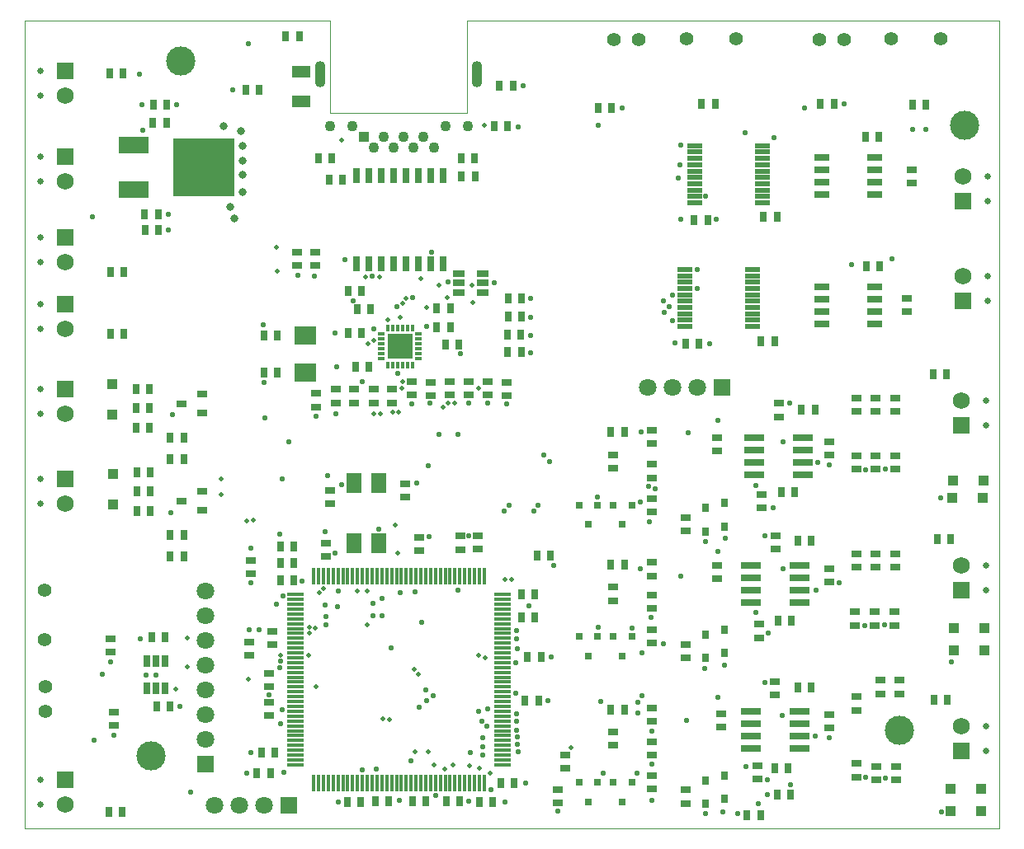
<source format=gts>
G04*
G04 #@! TF.GenerationSoftware,Altium Limited,Altium Designer,19.0.9 (268)*
G04*
G04 Layer_Color=8388736*
%FSLAX25Y25*%
%MOIN*%
G70*
G01*
G75*
%ADD18C,0.00394*%
%ADD42R,0.02913X0.05906*%
%ADD43R,0.03150X0.04134*%
%ADD44R,0.07480X0.04921*%
%ADD45R,0.04134X0.03150*%
%ADD46R,0.09055X0.07480*%
%ADD47R,0.05906X0.07874*%
%ADD48R,0.08268X0.03150*%
%ADD49R,0.06398X0.02953*%
%ADD50R,0.05906X0.01968*%
%ADD51R,0.03110X0.01496*%
%ADD52R,0.01496X0.03110*%
%ADD53R,0.10236X0.10236*%
%ADD54R,0.04724X0.02756*%
%ADD55R,0.02559X0.04724*%
%ADD56R,0.12205X0.06693*%
%ADD57R,0.24803X0.23228*%
%ADD58R,0.01575X0.06890*%
%ADD59R,0.06890X0.01575*%
%ADD60R,0.03937X0.03150*%
%ADD61R,0.02756X0.03150*%
%ADD62R,0.04134X0.03937*%
%ADD63R,0.02756X0.03543*%
%ADD64R,0.03937X0.04134*%
%ADD65C,0.11811*%
%ADD66C,0.07087*%
%ADD67R,0.07087X0.07087*%
%ADD68C,0.05512*%
%ADD69O,0.04331X0.10630*%
%ADD70C,0.04331*%
%ADD71R,0.04331X0.04331*%
%ADD72C,0.02559*%
%ADD73C,0.06890*%
%ADD74R,0.06890X0.06890*%
%ADD75R,0.07087X0.07087*%
%ADD76C,0.02165*%
%ADD77C,0.01968*%
%ADD78C,0.03150*%
%ADD79C,0.02992*%
D18*
X-0Y-326772D02*
X393701Y-326772D01*
X178740Y0D02*
X393701Y0D01*
X0D02*
X123386Y-0D01*
X123386Y-37480D02*
X178740Y-37480D01*
X393701Y-326772D02*
X393701Y0D01*
X-0Y-326772D02*
X0Y0D01*
X178740Y-37480D02*
X178740Y0D01*
X123386Y-37480D02*
X123386Y-0D01*
D42*
X169075Y-62953D02*
D03*
X134075Y-98465D02*
D03*
X139075D02*
D03*
X144075D02*
D03*
X149075D02*
D03*
X154075D02*
D03*
X159075D02*
D03*
X164075D02*
D03*
X169075D02*
D03*
X134075Y-62953D02*
D03*
X139075D02*
D03*
X144075D02*
D03*
X149075D02*
D03*
X154075D02*
D03*
X159075D02*
D03*
X164075D02*
D03*
D43*
X33907Y-320079D02*
D03*
X39321D02*
D03*
X33907D02*
D03*
X94768Y-28059D02*
D03*
X89354D02*
D03*
X94768D02*
D03*
X110782Y-6496D02*
D03*
X105368D02*
D03*
X110782D02*
D03*
X364085Y-34232D02*
D03*
X358671D02*
D03*
X364085D02*
D03*
X321408Y-33686D02*
D03*
X326821D02*
D03*
X321408D02*
D03*
X58711Y-177589D02*
D03*
X64124D02*
D03*
X58711D02*
D03*
Y-216828D02*
D03*
X64124D02*
D03*
X58711D02*
D03*
X44971Y-149094D02*
D03*
X50384D02*
D03*
X44971D02*
D03*
Y-156968D02*
D03*
X50384D02*
D03*
X44971D02*
D03*
Y-164842D02*
D03*
X50384D02*
D03*
X44971D02*
D03*
X34695Y-126654D02*
D03*
X40108D02*
D03*
X34695D02*
D03*
Y-101971D02*
D03*
X40108D02*
D03*
X34695D02*
D03*
X34222Y-21535D02*
D03*
X39636D02*
D03*
X34222D02*
D03*
X45364Y-182756D02*
D03*
X50778D02*
D03*
X45364D02*
D03*
Y-190630D02*
D03*
X50778D02*
D03*
X45364D02*
D03*
Y-198504D02*
D03*
X50778D02*
D03*
X45364D02*
D03*
X305482Y-190945D02*
D03*
X310896D02*
D03*
X305482D02*
D03*
X236732Y-166535D02*
D03*
X242146D02*
D03*
X236732D02*
D03*
X313730Y-157480D02*
D03*
X319144D02*
D03*
X313730D02*
D03*
X366939Y-143189D02*
D03*
X372352D02*
D03*
X366939D02*
D03*
X304262Y-242677D02*
D03*
X309675D02*
D03*
X304262D02*
D03*
X236732Y-220158D02*
D03*
X242146D02*
D03*
X236732D02*
D03*
X312254Y-210630D02*
D03*
X317667D02*
D03*
X312254D02*
D03*
X368622Y-209842D02*
D03*
X374035D02*
D03*
X368622D02*
D03*
X302805Y-302362D02*
D03*
X308219D02*
D03*
X302805D02*
D03*
X236732Y-278740D02*
D03*
X242146D02*
D03*
X236732D02*
D03*
X312254Y-269685D02*
D03*
X317667D02*
D03*
X312254D02*
D03*
X367175Y-274803D02*
D03*
X372589D02*
D03*
X367175D02*
D03*
X191732Y-26378D02*
D03*
X197146D02*
D03*
X191732D02*
D03*
X189616Y-42815D02*
D03*
X195029D02*
D03*
X189616D02*
D03*
X135896Y-126575D02*
D03*
X130482D02*
D03*
X135896D02*
D03*
X176329Y-55709D02*
D03*
X181742D02*
D03*
X176329D02*
D03*
X124065Y-55866D02*
D03*
X118652D02*
D03*
X124065D02*
D03*
X128297Y-64567D02*
D03*
X122884D02*
D03*
X128297D02*
D03*
X176427Y-63287D02*
D03*
X181841D02*
D03*
X176427D02*
D03*
X134301Y-116929D02*
D03*
X139715D02*
D03*
X134301D02*
D03*
X130561Y-109646D02*
D03*
X135974D02*
D03*
X130561D02*
D03*
X171782Y-124016D02*
D03*
X166368D02*
D03*
X171782D02*
D03*
Y-116591D02*
D03*
X166368D02*
D03*
X171782D02*
D03*
X206860Y-216535D02*
D03*
X212274D02*
D03*
X206860D02*
D03*
X200541Y-119728D02*
D03*
X195128D02*
D03*
X200541D02*
D03*
X108711Y-219636D02*
D03*
X103297D02*
D03*
X108711D02*
D03*
X200689Y-232192D02*
D03*
X206102D02*
D03*
X200689D02*
D03*
X291742Y-321398D02*
D03*
X297155D02*
D03*
X291742D02*
D03*
X303848Y-313268D02*
D03*
X309262D02*
D03*
X303848D02*
D03*
X108711Y-212697D02*
D03*
X103297D02*
D03*
X108711D02*
D03*
X141467Y-315846D02*
D03*
X146880D02*
D03*
X141467D02*
D03*
X99163Y-304429D02*
D03*
X93750D02*
D03*
X99163D02*
D03*
X58750Y-168780D02*
D03*
X64163D02*
D03*
X58750D02*
D03*
Y-208150D02*
D03*
X64163D02*
D03*
X58750D02*
D03*
X339518Y-47284D02*
D03*
X344931D02*
D03*
X339518D02*
D03*
X270404Y-80669D02*
D03*
X275817D02*
D03*
X270404D02*
D03*
X298415Y-79331D02*
D03*
X303829D02*
D03*
X298415D02*
D03*
X339813Y-99429D02*
D03*
X345226D02*
D03*
X339813D02*
D03*
X266900Y-130689D02*
D03*
X272313D02*
D03*
X266900D02*
D03*
X297392Y-129941D02*
D03*
X302805D02*
D03*
X297392D02*
D03*
X102106Y-142343D02*
D03*
X96693D02*
D03*
X102106D02*
D03*
X194931Y-127246D02*
D03*
X200344D02*
D03*
X194931D02*
D03*
X169911Y-131122D02*
D03*
X175325D02*
D03*
X169911D02*
D03*
X195108Y-134252D02*
D03*
X200522D02*
D03*
X195108D02*
D03*
X102106Y-127382D02*
D03*
X96693D02*
D03*
X102106D02*
D03*
X139045Y-140157D02*
D03*
X133632D02*
D03*
X139045D02*
D03*
X195128Y-112482D02*
D03*
X200541D02*
D03*
X195128D02*
D03*
X203100Y-257382D02*
D03*
X208514D02*
D03*
X203100D02*
D03*
X200561Y-241378D02*
D03*
X205974D02*
D03*
X200561D02*
D03*
X202037Y-275118D02*
D03*
X207451D02*
D03*
X202037D02*
D03*
X103297Y-226575D02*
D03*
X108711D02*
D03*
X103297D02*
D03*
X170128Y-315846D02*
D03*
X175541D02*
D03*
X170128D02*
D03*
X135660Y-316043D02*
D03*
X130246D02*
D03*
X135660D02*
D03*
X161939Y-315846D02*
D03*
X156526D02*
D03*
X161939D02*
D03*
X192175Y-308484D02*
D03*
X197589D02*
D03*
X192175D02*
D03*
X53362Y-277471D02*
D03*
X58776D02*
D03*
X53362D02*
D03*
X56588Y-249499D02*
D03*
X51175D02*
D03*
X56588D02*
D03*
X278809Y-33819D02*
D03*
X273396D02*
D03*
X278809D02*
D03*
X231545Y-35433D02*
D03*
X236959D02*
D03*
X231545D02*
D03*
X95522Y-296260D02*
D03*
X100935D02*
D03*
X95522D02*
D03*
X188927Y-316043D02*
D03*
X183514D02*
D03*
X188927D02*
D03*
X57136Y-41634D02*
D03*
X51723D02*
D03*
X57136D02*
D03*
X57333Y-34154D02*
D03*
X51919D02*
D03*
X57333D02*
D03*
X48376Y-78347D02*
D03*
X53789D02*
D03*
X48376D02*
D03*
X48474Y-84941D02*
D03*
X53888D02*
D03*
X48474D02*
D03*
D44*
X111614Y-32783D02*
D03*
Y-20972D02*
D03*
D45*
X218209Y-297146D02*
D03*
Y-302559D02*
D03*
Y-297146D02*
D03*
X215256Y-311181D02*
D03*
Y-316595D02*
D03*
Y-311181D02*
D03*
X358268Y-65856D02*
D03*
Y-60443D02*
D03*
Y-65856D02*
D03*
X253219Y-179577D02*
D03*
Y-184990D02*
D03*
Y-179577D02*
D03*
X351644Y-176112D02*
D03*
Y-181526D02*
D03*
Y-176112D02*
D03*
X266998Y-201230D02*
D03*
Y-206644D02*
D03*
Y-201230D02*
D03*
X253219Y-165797D02*
D03*
Y-171211D02*
D03*
Y-165797D02*
D03*
X237559Y-181211D02*
D03*
Y-175797D02*
D03*
Y-181211D02*
D03*
X343711Y-152667D02*
D03*
Y-158081D02*
D03*
Y-152667D02*
D03*
X335837D02*
D03*
Y-158081D02*
D03*
Y-152667D02*
D03*
X324803Y-170522D02*
D03*
Y-175935D02*
D03*
Y-170522D02*
D03*
X279744Y-168652D02*
D03*
Y-174065D02*
D03*
Y-168652D02*
D03*
X253268Y-232549D02*
D03*
Y-237963D02*
D03*
Y-232549D02*
D03*
X335403Y-239282D02*
D03*
Y-244695D02*
D03*
Y-239282D02*
D03*
X266998Y-252411D02*
D03*
Y-257825D02*
D03*
Y-252411D02*
D03*
X253219Y-219262D02*
D03*
Y-224675D02*
D03*
Y-219262D02*
D03*
X237471Y-234675D02*
D03*
Y-229262D02*
D03*
Y-234675D02*
D03*
X343770Y-215778D02*
D03*
Y-221191D02*
D03*
Y-215778D02*
D03*
X351644D02*
D03*
Y-221191D02*
D03*
Y-215778D02*
D03*
X324803Y-221703D02*
D03*
Y-227116D02*
D03*
Y-221703D02*
D03*
X279587Y-220404D02*
D03*
Y-225817D02*
D03*
Y-220404D02*
D03*
X253219Y-291781D02*
D03*
Y-297195D02*
D03*
Y-291781D02*
D03*
X351841Y-301886D02*
D03*
Y-307299D02*
D03*
Y-301886D02*
D03*
X266998Y-311309D02*
D03*
Y-316722D02*
D03*
Y-311309D02*
D03*
X253219Y-278002D02*
D03*
Y-283415D02*
D03*
Y-278002D02*
D03*
X237471Y-293258D02*
D03*
Y-287844D02*
D03*
Y-293258D02*
D03*
X345541Y-266978D02*
D03*
Y-272392D02*
D03*
Y-266978D02*
D03*
X353415D02*
D03*
Y-272392D02*
D03*
Y-266978D02*
D03*
X324803Y-280758D02*
D03*
Y-286171D02*
D03*
Y-280758D02*
D03*
X281378Y-280364D02*
D03*
Y-285778D02*
D03*
Y-280364D02*
D03*
X186850Y-151526D02*
D03*
Y-146112D02*
D03*
Y-151526D02*
D03*
X171575Y-146112D02*
D03*
Y-151526D02*
D03*
Y-146112D02*
D03*
X140945Y-149262D02*
D03*
Y-154675D02*
D03*
Y-149262D02*
D03*
X148425D02*
D03*
Y-154675D02*
D03*
Y-149262D02*
D03*
X194488Y-151801D02*
D03*
Y-146388D02*
D03*
Y-151801D02*
D03*
X163787Y-146358D02*
D03*
Y-151772D02*
D03*
Y-146358D02*
D03*
X156385Y-151526D02*
D03*
Y-146112D02*
D03*
Y-151526D02*
D03*
X133071Y-149262D02*
D03*
Y-154675D02*
D03*
Y-149262D02*
D03*
X179213Y-151526D02*
D03*
Y-146112D02*
D03*
Y-151526D02*
D03*
X303031Y-272982D02*
D03*
Y-267569D02*
D03*
Y-272982D02*
D03*
X303366Y-213947D02*
D03*
Y-208534D02*
D03*
Y-213947D02*
D03*
X304508Y-160384D02*
D03*
Y-154971D02*
D03*
Y-160384D02*
D03*
X296673Y-244242D02*
D03*
Y-249656D02*
D03*
Y-244242D02*
D03*
X297539Y-191683D02*
D03*
Y-197096D02*
D03*
Y-191683D02*
D03*
X90551Y-256742D02*
D03*
Y-251329D02*
D03*
Y-256742D02*
D03*
X253219Y-193356D02*
D03*
Y-198770D02*
D03*
Y-193356D02*
D03*
X335896Y-176112D02*
D03*
Y-181526D02*
D03*
Y-176112D02*
D03*
X343770D02*
D03*
Y-181526D02*
D03*
Y-176112D02*
D03*
X351585Y-152667D02*
D03*
Y-158081D02*
D03*
Y-152667D02*
D03*
X253219Y-246506D02*
D03*
Y-251919D02*
D03*
Y-246506D02*
D03*
X351152Y-239282D02*
D03*
Y-244695D02*
D03*
Y-239282D02*
D03*
X343278D02*
D03*
Y-244695D02*
D03*
Y-239282D02*
D03*
X335896Y-215778D02*
D03*
Y-221191D02*
D03*
Y-215778D02*
D03*
X356299Y-117884D02*
D03*
Y-112470D02*
D03*
Y-117884D02*
D03*
X253219Y-305561D02*
D03*
Y-310974D02*
D03*
Y-305561D02*
D03*
X335896Y-300606D02*
D03*
Y-306020D02*
D03*
Y-300606D02*
D03*
X343967Y-301886D02*
D03*
Y-307299D02*
D03*
Y-301886D02*
D03*
X335896Y-273622D02*
D03*
Y-279035D02*
D03*
Y-273622D02*
D03*
X117283Y-93863D02*
D03*
Y-99277D02*
D03*
Y-93863D02*
D03*
X109823D02*
D03*
Y-99277D02*
D03*
Y-93863D02*
D03*
X125591Y-149262D02*
D03*
Y-154675D02*
D03*
Y-149262D02*
D03*
X117717Y-150955D02*
D03*
Y-156368D02*
D03*
Y-150955D02*
D03*
X183012Y-213868D02*
D03*
Y-208455D02*
D03*
Y-213868D02*
D03*
X175787Y-214006D02*
D03*
Y-208593D02*
D03*
Y-214006D02*
D03*
X121457Y-216828D02*
D03*
Y-211414D02*
D03*
Y-216828D02*
D03*
X159134Y-214518D02*
D03*
Y-209104D02*
D03*
Y-214518D02*
D03*
X296043Y-301466D02*
D03*
Y-306880D02*
D03*
Y-301466D02*
D03*
X98524Y-264026D02*
D03*
Y-269439D02*
D03*
Y-264026D02*
D03*
X98721Y-281250D02*
D03*
Y-275837D02*
D03*
Y-281250D02*
D03*
X91339Y-223770D02*
D03*
Y-218356D02*
D03*
Y-223770D02*
D03*
X99902Y-252628D02*
D03*
Y-247215D02*
D03*
Y-252628D02*
D03*
X123228Y-195522D02*
D03*
Y-190108D02*
D03*
Y-195522D02*
D03*
X153689Y-192864D02*
D03*
Y-187451D02*
D03*
Y-192864D02*
D03*
X34705Y-250139D02*
D03*
Y-255552D02*
D03*
Y-250139D02*
D03*
X35935Y-279675D02*
D03*
Y-285089D02*
D03*
Y-279675D02*
D03*
D46*
X113189Y-127382D02*
D03*
Y-142343D02*
D03*
D47*
X133071Y-211614D02*
D03*
X143071D02*
D03*
Y-187205D02*
D03*
X133071D02*
D03*
D48*
X314242Y-183976D02*
D03*
Y-178976D02*
D03*
Y-173976D02*
D03*
Y-168976D02*
D03*
X294557Y-183976D02*
D03*
Y-178976D02*
D03*
Y-173976D02*
D03*
Y-168976D02*
D03*
X312992Y-235472D02*
D03*
Y-230472D02*
D03*
Y-225472D02*
D03*
Y-220472D02*
D03*
X293307Y-235472D02*
D03*
Y-230472D02*
D03*
Y-225472D02*
D03*
Y-220472D02*
D03*
X312992Y-294528D02*
D03*
Y-289528D02*
D03*
Y-284528D02*
D03*
Y-279528D02*
D03*
X293307Y-294528D02*
D03*
Y-289528D02*
D03*
Y-284528D02*
D03*
Y-279528D02*
D03*
D49*
X343354Y-70650D02*
D03*
Y-65650D02*
D03*
Y-60650D02*
D03*
Y-55650D02*
D03*
X322000D02*
D03*
Y-60650D02*
D03*
Y-65650D02*
D03*
Y-70650D02*
D03*
X343354Y-122677D02*
D03*
Y-117677D02*
D03*
Y-112677D02*
D03*
Y-107677D02*
D03*
X322000D02*
D03*
Y-112677D02*
D03*
Y-117677D02*
D03*
Y-122677D02*
D03*
D50*
X270472Y-50748D02*
D03*
Y-53307D02*
D03*
Y-55866D02*
D03*
Y-58425D02*
D03*
Y-60984D02*
D03*
Y-63543D02*
D03*
Y-66102D02*
D03*
Y-68661D02*
D03*
Y-71220D02*
D03*
Y-73779D02*
D03*
X298031Y-50748D02*
D03*
Y-53307D02*
D03*
Y-55866D02*
D03*
Y-58425D02*
D03*
Y-60984D02*
D03*
Y-63543D02*
D03*
Y-66102D02*
D03*
Y-68661D02*
D03*
Y-71220D02*
D03*
Y-73779D02*
D03*
X266535Y-100807D02*
D03*
Y-103366D02*
D03*
Y-105925D02*
D03*
Y-108484D02*
D03*
Y-111043D02*
D03*
Y-113602D02*
D03*
Y-116161D02*
D03*
Y-118720D02*
D03*
Y-121280D02*
D03*
Y-123839D02*
D03*
X294094Y-100807D02*
D03*
Y-103366D02*
D03*
Y-105925D02*
D03*
Y-108484D02*
D03*
Y-111043D02*
D03*
Y-113602D02*
D03*
Y-116161D02*
D03*
Y-118720D02*
D03*
Y-121280D02*
D03*
Y-123839D02*
D03*
D51*
X144095Y-126969D02*
D03*
Y-128937D02*
D03*
Y-130905D02*
D03*
Y-132874D02*
D03*
Y-134843D02*
D03*
Y-136811D02*
D03*
X159055D02*
D03*
Y-134843D02*
D03*
Y-132874D02*
D03*
Y-130905D02*
D03*
Y-128937D02*
D03*
Y-126969D02*
D03*
D52*
X146654Y-139370D02*
D03*
X148622D02*
D03*
X150591D02*
D03*
X152559D02*
D03*
X154528D02*
D03*
X156496D02*
D03*
Y-124409D02*
D03*
X150591D02*
D03*
X148622D02*
D03*
X146654D02*
D03*
X152559D02*
D03*
X154528D02*
D03*
D53*
X151575Y-131890D02*
D03*
D54*
X184843Y-110039D02*
D03*
Y-106299D02*
D03*
Y-102559D02*
D03*
X175394D02*
D03*
Y-106299D02*
D03*
Y-110039D02*
D03*
D55*
X52897Y-270168D02*
D03*
X56637D02*
D03*
X49157D02*
D03*
Y-259144D02*
D03*
X56637D02*
D03*
X52897D02*
D03*
D56*
X43878Y-50532D02*
D03*
Y-68524D02*
D03*
D57*
X72303Y-59547D02*
D03*
D58*
X185551Y-224823D02*
D03*
X183583D02*
D03*
X181614D02*
D03*
X179646D02*
D03*
X177677D02*
D03*
X175709D02*
D03*
X173740D02*
D03*
X171772D02*
D03*
X169803D02*
D03*
X167835D02*
D03*
X165866D02*
D03*
X163898D02*
D03*
X161929D02*
D03*
X159961D02*
D03*
X157992D02*
D03*
X156024D02*
D03*
X154055D02*
D03*
X152087D02*
D03*
X150118D02*
D03*
X148150D02*
D03*
X146181D02*
D03*
X144213D02*
D03*
X142244D02*
D03*
X140276D02*
D03*
X138307D02*
D03*
X136339D02*
D03*
X134370D02*
D03*
X132402D02*
D03*
X130433D02*
D03*
X128465D02*
D03*
X126496D02*
D03*
X124528D02*
D03*
X122559D02*
D03*
X120590D02*
D03*
X118622D02*
D03*
X116654D02*
D03*
Y-308484D02*
D03*
X118622D02*
D03*
X120590D02*
D03*
X122559D02*
D03*
X124528D02*
D03*
X126496D02*
D03*
X128465D02*
D03*
X130433D02*
D03*
X132402D02*
D03*
X134370D02*
D03*
X136339D02*
D03*
X138307D02*
D03*
X140276D02*
D03*
X142244D02*
D03*
X144213D02*
D03*
X146181D02*
D03*
X148150D02*
D03*
X150118D02*
D03*
X152087D02*
D03*
X154055D02*
D03*
X156024D02*
D03*
X157992D02*
D03*
X159961D02*
D03*
X161929D02*
D03*
X163898D02*
D03*
X165866D02*
D03*
X167835D02*
D03*
X169803D02*
D03*
X171772D02*
D03*
X173740D02*
D03*
X175709D02*
D03*
X177677D02*
D03*
X179646D02*
D03*
X181614D02*
D03*
X183583D02*
D03*
X185551D02*
D03*
D59*
X109272Y-232205D02*
D03*
Y-234173D02*
D03*
Y-236142D02*
D03*
Y-238110D02*
D03*
Y-240079D02*
D03*
Y-242047D02*
D03*
Y-244016D02*
D03*
Y-245984D02*
D03*
Y-247953D02*
D03*
Y-249921D02*
D03*
Y-251890D02*
D03*
Y-253858D02*
D03*
Y-255827D02*
D03*
Y-257795D02*
D03*
Y-259764D02*
D03*
Y-261732D02*
D03*
Y-263701D02*
D03*
Y-265669D02*
D03*
Y-267638D02*
D03*
Y-269606D02*
D03*
Y-271575D02*
D03*
Y-273543D02*
D03*
Y-275512D02*
D03*
Y-277480D02*
D03*
Y-279449D02*
D03*
Y-281417D02*
D03*
Y-283386D02*
D03*
Y-285354D02*
D03*
Y-287323D02*
D03*
Y-289291D02*
D03*
Y-291260D02*
D03*
Y-293228D02*
D03*
Y-295197D02*
D03*
Y-297165D02*
D03*
Y-299134D02*
D03*
Y-301102D02*
D03*
X192933D02*
D03*
Y-299134D02*
D03*
Y-297165D02*
D03*
Y-295197D02*
D03*
Y-293228D02*
D03*
Y-291260D02*
D03*
Y-289291D02*
D03*
Y-287323D02*
D03*
Y-285354D02*
D03*
Y-283386D02*
D03*
Y-281417D02*
D03*
Y-279449D02*
D03*
Y-277480D02*
D03*
Y-275512D02*
D03*
Y-273543D02*
D03*
Y-271575D02*
D03*
Y-269606D02*
D03*
Y-267638D02*
D03*
Y-265669D02*
D03*
Y-263701D02*
D03*
Y-261732D02*
D03*
Y-259764D02*
D03*
Y-257795D02*
D03*
Y-255827D02*
D03*
Y-253858D02*
D03*
Y-251890D02*
D03*
Y-249921D02*
D03*
Y-247953D02*
D03*
Y-245984D02*
D03*
Y-244016D02*
D03*
Y-242047D02*
D03*
Y-240079D02*
D03*
Y-238110D02*
D03*
Y-236142D02*
D03*
Y-234173D02*
D03*
Y-232205D02*
D03*
D60*
X71496Y-151260D02*
D03*
Y-158740D02*
D03*
X63228Y-155000D02*
D03*
X71496Y-190630D02*
D03*
Y-198110D02*
D03*
X63228Y-194370D02*
D03*
D61*
X245148Y-196063D02*
D03*
X237667D02*
D03*
X241407Y-203937D02*
D03*
X231368Y-196063D02*
D03*
X223888D02*
D03*
X227628Y-203937D02*
D03*
X245148Y-249213D02*
D03*
X237667D02*
D03*
X241407Y-257087D02*
D03*
X231368Y-249213D02*
D03*
X223888D02*
D03*
X227628Y-257087D02*
D03*
X245148Y-308268D02*
D03*
X237667D02*
D03*
X241407Y-316142D02*
D03*
X231368Y-308268D02*
D03*
X223888D02*
D03*
X227628Y-316142D02*
D03*
D62*
X35433Y-147126D02*
D03*
Y-159528D02*
D03*
X35728Y-183366D02*
D03*
Y-195768D02*
D03*
D63*
X282746Y-195276D02*
D03*
X282746Y-204724D02*
D03*
X274872Y-206693D02*
D03*
X274872Y-197244D02*
D03*
X282746Y-246457D02*
D03*
X282746Y-255906D02*
D03*
X274872Y-257874D02*
D03*
X274872Y-248425D02*
D03*
X282746Y-305512D02*
D03*
X282746Y-314961D02*
D03*
X274872Y-316929D02*
D03*
X274872Y-307480D02*
D03*
D64*
X386988Y-193189D02*
D03*
X374587D02*
D03*
X387205Y-186063D02*
D03*
X374803D02*
D03*
X387638Y-254882D02*
D03*
X375236D02*
D03*
X387667Y-245748D02*
D03*
X375266D02*
D03*
X386398Y-319902D02*
D03*
X373996D02*
D03*
X386201Y-310925D02*
D03*
X373799D02*
D03*
D65*
X353445Y-287106D02*
D03*
X379724Y-42323D02*
D03*
X62894Y-16535D02*
D03*
X50787Y-297638D02*
D03*
D66*
X251457Y-148327D02*
D03*
X261457D02*
D03*
X271457D02*
D03*
X73073Y-230748D02*
D03*
Y-240748D02*
D03*
Y-250748D02*
D03*
Y-260748D02*
D03*
Y-290748D02*
D03*
Y-280748D02*
D03*
Y-270748D02*
D03*
X96457Y-317520D02*
D03*
X86457D02*
D03*
X76457D02*
D03*
D67*
X281457Y-148327D02*
D03*
X106457Y-317520D02*
D03*
D68*
X330866Y-7874D02*
D03*
X320866Y-7874D02*
D03*
X349921Y-7638D02*
D03*
X369921D02*
D03*
X248110Y-7854D02*
D03*
X238110Y-7854D02*
D03*
X267165Y-7618D02*
D03*
X287165D02*
D03*
X8307Y-269646D02*
D03*
X8307Y-279646D02*
D03*
X8071Y-250590D02*
D03*
Y-230591D02*
D03*
D69*
X119409Y-21890D02*
D03*
X182717D02*
D03*
D70*
X132283Y-42835D02*
D03*
X165118Y-51417D02*
D03*
X161102Y-47087D02*
D03*
X157087Y-51417D02*
D03*
X153071Y-47087D02*
D03*
X149055Y-51417D02*
D03*
X145039Y-47087D02*
D03*
X141024Y-51417D02*
D03*
X123268Y-42835D02*
D03*
X169843D02*
D03*
X178858D02*
D03*
D71*
X137008Y-47087D02*
D03*
D72*
X389016Y-63150D02*
D03*
Y-73150D02*
D03*
X6316Y-159095D02*
D03*
Y-149094D02*
D03*
X6142Y-124862D02*
D03*
Y-114862D02*
D03*
X6240Y-97835D02*
D03*
Y-87835D02*
D03*
X6316Y-317087D02*
D03*
Y-307087D02*
D03*
X6339Y-30472D02*
D03*
Y-20472D02*
D03*
X6316Y-195630D02*
D03*
Y-185630D02*
D03*
X388140Y-153661D02*
D03*
Y-163661D02*
D03*
Y-220590D02*
D03*
Y-230591D02*
D03*
X389016Y-103583D02*
D03*
Y-113583D02*
D03*
X388140Y-285551D02*
D03*
Y-295551D02*
D03*
X6316Y-65118D02*
D03*
Y-55118D02*
D03*
D73*
X379016Y-63150D02*
D03*
X16316Y-159095D02*
D03*
X16142Y-124862D02*
D03*
X16240Y-97835D02*
D03*
X16316Y-317087D02*
D03*
X16339Y-30472D02*
D03*
X16316Y-195630D02*
D03*
X378140Y-153661D02*
D03*
Y-220590D02*
D03*
X379016Y-103583D02*
D03*
X378140Y-285551D02*
D03*
X16316Y-65118D02*
D03*
D74*
X379016Y-73150D02*
D03*
X16316Y-149094D02*
D03*
X16142Y-114862D02*
D03*
X16240Y-87835D02*
D03*
X16316Y-307087D02*
D03*
X16339Y-20472D02*
D03*
X16316Y-185630D02*
D03*
X378140Y-163661D02*
D03*
Y-230591D02*
D03*
X379016Y-113583D02*
D03*
X378140Y-295551D02*
D03*
X16316Y-55118D02*
D03*
D75*
X73073Y-300748D02*
D03*
D76*
X347736Y-306420D02*
D03*
X52950Y-264663D02*
D03*
X48797Y-264764D02*
D03*
X66831Y-312106D02*
D03*
X61221Y-34055D02*
D03*
X46211Y-21850D02*
D03*
X103267Y-284350D02*
D03*
X104724Y-304064D02*
D03*
X188164Y-311221D02*
D03*
X156102Y-299570D02*
D03*
X142028Y-302873D02*
D03*
X122423Y-184055D02*
D03*
X104035Y-185361D02*
D03*
X125315Y-215551D02*
D03*
X198383Y-272146D02*
D03*
X199016Y-254297D02*
D03*
X106595Y-170472D02*
D03*
X151761Y-231563D02*
D03*
X160138Y-243622D02*
D03*
X174803Y-230591D02*
D03*
X157616Y-231136D02*
D03*
X164173Y-93898D02*
D03*
X176024Y-134843D02*
D03*
X198524Y-250295D02*
D03*
X211811Y-178347D02*
D03*
X209547Y-175886D02*
D03*
X198602Y-246949D02*
D03*
X180020Y-296063D02*
D03*
X147908Y-253839D02*
D03*
X121219Y-236319D02*
D03*
X90256Y-9449D02*
D03*
X199311Y-43071D02*
D03*
X179390Y-154774D02*
D03*
X262697Y-130610D02*
D03*
X264961Y-80650D02*
D03*
X215354Y-319882D02*
D03*
X165945Y-313583D02*
D03*
X179390Y-315945D02*
D03*
X150394Y-115748D02*
D03*
X104232Y-232776D02*
D03*
X156693Y-112008D02*
D03*
X170965Y-105793D02*
D03*
X141043Y-124862D02*
D03*
X132677Y-113386D02*
D03*
X129441Y-96850D02*
D03*
X174803Y-167323D02*
D03*
X167126Y-167362D02*
D03*
X271665Y-108575D02*
D03*
X271685Y-100972D02*
D03*
X126490Y-230746D02*
D03*
X194598Y-155043D02*
D03*
X329075Y-227402D02*
D03*
X370354Y-320236D02*
D03*
X288071Y-320768D02*
D03*
X264724Y-58425D02*
D03*
X350335Y-96398D02*
D03*
X364094Y-44311D02*
D03*
X358642D02*
D03*
X334114Y-98701D02*
D03*
X302658Y-47441D02*
D03*
X290787Y-45571D02*
D03*
X248937Y-166575D02*
D03*
X251909Y-188563D02*
D03*
X231181Y-192677D02*
D03*
X205709Y-198445D02*
D03*
X193740Y-198366D02*
D03*
X207185Y-196063D02*
D03*
X195551Y-196240D02*
D03*
X213760Y-220472D02*
D03*
X203622Y-236673D02*
D03*
X144291Y-233839D02*
D03*
X144331Y-240905D02*
D03*
X183366Y-279331D02*
D03*
X198721Y-280630D02*
D03*
X140669Y-235669D02*
D03*
X140728Y-240965D02*
D03*
X186752Y-285453D02*
D03*
X184587Y-283347D02*
D03*
X198602Y-283504D02*
D03*
X186831Y-278524D02*
D03*
X211378Y-275118D02*
D03*
X261575Y-121319D02*
D03*
X275020Y-71260D02*
D03*
X276654Y-130748D02*
D03*
X279370Y-80650D02*
D03*
X260295Y-115748D02*
D03*
X261595Y-111024D02*
D03*
X199232Y-295768D02*
D03*
X258051Y-113583D02*
D03*
X258248Y-118307D02*
D03*
X199016Y-292756D02*
D03*
X198839Y-289823D02*
D03*
X263957Y-63779D02*
D03*
X198484Y-287146D02*
D03*
X309114Y-154862D02*
D03*
X279784Y-161752D02*
D03*
X267874Y-166949D02*
D03*
X254488Y-189469D02*
D03*
X252165Y-202854D02*
D03*
X248543Y-194744D02*
D03*
X279823Y-273760D02*
D03*
X265020Y-224882D02*
D03*
X279921Y-214685D02*
D03*
X248465Y-221713D02*
D03*
X252894Y-241516D02*
D03*
X253346Y-300866D02*
D03*
X247638Y-280276D02*
D03*
X257933Y-252047D02*
D03*
X253248Y-287362D02*
D03*
X247618Y-275807D02*
D03*
X274843Y-210965D02*
D03*
X282874Y-209488D02*
D03*
X298957Y-208347D02*
D03*
X302224Y-197205D02*
D03*
X320315Y-178878D02*
D03*
X324980Y-179882D02*
D03*
X339705Y-181653D02*
D03*
X315059Y-35335D02*
D03*
X300335Y-247657D02*
D03*
X179350Y-208642D02*
D03*
X96161Y-122992D02*
D03*
X96496Y-146339D02*
D03*
X282047Y-320000D02*
D03*
X274961Y-320886D02*
D03*
X296240Y-316968D02*
D03*
X309331Y-309114D02*
D03*
X299902Y-313209D02*
D03*
X347756Y-181634D02*
D03*
X369921Y-193189D02*
D03*
X319587Y-230551D02*
D03*
X347303Y-244646D02*
D03*
X339370Y-244705D02*
D03*
X299882Y-306988D02*
D03*
X374193Y-259370D02*
D03*
X267441Y-283248D02*
D03*
X274764Y-262087D02*
D03*
X282677Y-260807D02*
D03*
X298799Y-267776D02*
D03*
X295394Y-188150D02*
D03*
X291201Y-301811D02*
D03*
X306279Y-170354D02*
D03*
X306201Y-221791D02*
D03*
X306102Y-281102D02*
D03*
X28032Y-291240D02*
D03*
X231476Y-245433D02*
D03*
X245158Y-245709D02*
D03*
X249173Y-255866D02*
D03*
X253130Y-315374D02*
D03*
X184921Y-290197D02*
D03*
Y-293779D02*
D03*
X162303Y-275276D02*
D03*
X161988Y-270965D02*
D03*
X126398Y-237047D02*
D03*
X164823Y-273110D02*
D03*
X232756Y-275394D02*
D03*
X184921Y-297028D02*
D03*
X159331Y-277658D02*
D03*
X121673Y-244646D02*
D03*
X249350Y-273150D02*
D03*
X121732Y-241280D02*
D03*
X140374Y-103465D02*
D03*
X201398Y-26319D02*
D03*
X331102Y-33686D02*
D03*
X264862Y-50591D02*
D03*
X241240Y-35531D02*
D03*
X231496Y-42520D02*
D03*
X162894Y-180020D02*
D03*
X96850Y-160728D02*
D03*
X103150Y-259252D02*
D03*
X94685Y-246358D02*
D03*
X90551D02*
D03*
X31299Y-264370D02*
D03*
X98622Y-272736D02*
D03*
X101772Y-236122D02*
D03*
X111791Y-226673D02*
D03*
X103091Y-261822D02*
D03*
X102854Y-207972D02*
D03*
X212697Y-257382D02*
D03*
X198383Y-259764D02*
D03*
X295276Y-239469D02*
D03*
X59646Y-159646D02*
D03*
X59055Y-199213D02*
D03*
X46716Y-250294D02*
D03*
X34616Y-259539D02*
D03*
X62762Y-277471D02*
D03*
X27165Y-79331D02*
D03*
X35935Y-289075D02*
D03*
X103937Y-278740D02*
D03*
X91339Y-296260D02*
D03*
X247441Y-304331D02*
D03*
X233465D02*
D03*
X91339Y-227559D02*
D03*
Y-213583D02*
D03*
X319291Y-289567D02*
D03*
X324803Y-290158D02*
D03*
X339764Y-306069D02*
D03*
X151339Y-315551D02*
D03*
X126575Y-316142D02*
D03*
X202264Y-308484D02*
D03*
X57972Y-78465D02*
D03*
X47343Y-34154D02*
D03*
X47539Y-44390D02*
D03*
X57874Y-84941D02*
D03*
X89764Y-304429D02*
D03*
X204232Y-127334D02*
D03*
Y-134350D02*
D03*
X156398Y-155000D02*
D03*
X163681Y-154921D02*
D03*
X121358Y-206936D02*
D03*
X158268Y-187303D02*
D03*
X127953Y-187894D02*
D03*
X163386Y-208858D02*
D03*
X143110Y-205709D02*
D03*
X204232Y-112500D02*
D03*
X187008Y-154724D02*
D03*
X204232Y-120079D02*
D03*
X162402Y-123661D02*
D03*
X189764Y-106299D02*
D03*
X125591Y-159095D02*
D03*
X117776Y-160236D02*
D03*
X125984Y-140157D02*
D03*
X116929Y-103347D02*
D03*
X110236Y-103150D02*
D03*
X136264Y-146260D02*
D03*
X150591Y-142717D02*
D03*
X125315Y-126575D02*
D03*
X84049Y-28059D02*
D03*
X193996Y-316142D02*
D03*
X136339Y-303150D02*
D03*
D77*
X60827Y-270374D02*
D03*
X185551Y-42618D02*
D03*
X220571Y-293996D02*
D03*
X169024Y-156461D02*
D03*
X118805Y-231507D02*
D03*
X101909Y-101496D02*
D03*
X138297Y-244409D02*
D03*
X157283Y-262598D02*
D03*
X188071Y-304468D02*
D03*
X183583Y-302559D02*
D03*
X183150Y-256909D02*
D03*
X196752Y-226142D02*
D03*
X159075Y-264469D02*
D03*
X144587Y-282579D02*
D03*
X147343Y-282756D02*
D03*
X117283Y-245866D02*
D03*
X114891Y-245475D02*
D03*
X120681Y-229811D02*
D03*
X151024Y-158366D02*
D03*
X143740Y-159213D02*
D03*
X171047Y-154847D02*
D03*
X127953Y-48465D02*
D03*
X137587Y-103937D02*
D03*
X160059Y-104370D02*
D03*
X167323Y-107283D02*
D03*
X143268Y-103957D02*
D03*
X152559Y-114482D02*
D03*
X65453Y-249705D02*
D03*
Y-261516D02*
D03*
X117776Y-269488D02*
D03*
X185893Y-257776D02*
D03*
X90256Y-266634D02*
D03*
X103150Y-256791D02*
D03*
X114469D02*
D03*
X79331Y-191929D02*
D03*
Y-185630D02*
D03*
X157480Y-295669D02*
D03*
X173031Y-301181D02*
D03*
X162992Y-295669D02*
D03*
X115059Y-247953D02*
D03*
X92126Y-202165D02*
D03*
X169685Y-302953D02*
D03*
X165354Y-301058D02*
D03*
X89491Y-202362D02*
D03*
X179646Y-301575D02*
D03*
X141024Y-159153D02*
D03*
X152362Y-148917D02*
D03*
X149705Y-204134D02*
D03*
X134370Y-230738D02*
D03*
X183169Y-148819D02*
D03*
X152559Y-146063D02*
D03*
X150768Y-215453D02*
D03*
X138287Y-230709D02*
D03*
X148524Y-158366D02*
D03*
X173622Y-154872D02*
D03*
X193996Y-225984D02*
D03*
X101772Y-91929D02*
D03*
X138484Y-130807D02*
D03*
X141043Y-129429D02*
D03*
X146653Y-121063D02*
D03*
X181102Y-113990D02*
D03*
X180567Y-107233D02*
D03*
X170522Y-112205D02*
D03*
X162402Y-116142D02*
D03*
X154090Y-112642D02*
D03*
X151575Y-120079D02*
D03*
D78*
X82972Y-75492D02*
D03*
X87992Y-69390D02*
D03*
X87205Y-44980D02*
D03*
X88090Y-56693D02*
D03*
X80413Y-42717D02*
D03*
X87894Y-62402D02*
D03*
X88090Y-50787D02*
D03*
X84744Y-80216D02*
D03*
D79*
X149213Y-129528D02*
D03*
X153937D02*
D03*
M02*

</source>
